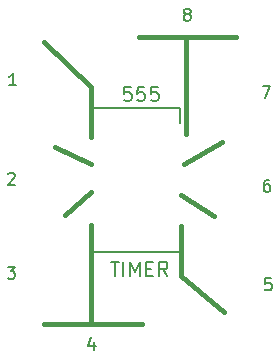
<source format=gto>
%TF.GenerationSoftware,KiCad,Pcbnew,4.0.5-e0-6337~49~ubuntu16.04.1*%
%TF.CreationDate,2017-01-20T21:28:30-08:00*%
%TF.ProjectId,3x4-555-Timer-8DIP-Breakout,3378342D3535352D54696D65722D3844,1.0*%
%TF.FileFunction,Legend,Top*%
%FSLAX46Y46*%
G04 Gerber Fmt 4.6, Leading zero omitted, Abs format (unit mm)*
G04 Created by KiCad (PCBNEW 4.0.5-e0-6337~49~ubuntu16.04.1) date Fri Jan 20 21:28:30 2017*
%MOMM*%
%LPD*%
G01*
G04 APERTURE LIST*
%ADD10C,0.350000*%
%ADD11C,0.200000*%
%ADD12C,0.400000*%
%ADD13C,0.406400*%
%ADD14C,0.150000*%
G04 APERTURE END LIST*
D10*
D11*
X140524537Y-102253497D02*
X141210251Y-102253497D01*
X140867394Y-103453497D02*
X140867394Y-102253497D01*
X141610251Y-103453497D02*
X141610251Y-102253497D01*
X142181680Y-103453497D02*
X142181680Y-102253497D01*
X142581680Y-103110640D01*
X142981680Y-102253497D01*
X142981680Y-103453497D01*
X143553109Y-102824926D02*
X143953109Y-102824926D01*
X144124538Y-103453497D02*
X143553109Y-103453497D01*
X143553109Y-102253497D01*
X144124538Y-102253497D01*
X145324538Y-103453497D02*
X144924538Y-102882069D01*
X144638823Y-103453497D02*
X144638823Y-102253497D01*
X145095966Y-102253497D01*
X145210252Y-102310640D01*
X145267395Y-102367783D01*
X145324538Y-102482069D01*
X145324538Y-102653497D01*
X145267395Y-102767783D01*
X145210252Y-102824926D01*
X145095966Y-102882069D01*
X144638823Y-102882069D01*
D12*
X146910520Y-91450160D02*
X146910520Y-83271360D01*
X146758120Y-93939360D02*
X149958520Y-92110560D01*
X146504120Y-96580960D02*
X149247320Y-98409760D01*
X146453320Y-103438960D02*
X150110920Y-106486960D01*
X146453320Y-99222560D02*
X146453320Y-103438960D01*
X138833320Y-99171760D02*
X138833320Y-107401360D01*
X138833320Y-96377760D02*
X136648920Y-98308160D01*
X138833320Y-93939360D02*
X135836120Y-92516960D01*
X138833320Y-87538560D02*
X138833320Y-91653360D01*
X134921720Y-83677760D02*
X138833320Y-87487760D01*
D13*
X134921720Y-107502960D02*
X143171720Y-107502960D01*
D14*
X139056720Y-89207960D02*
X139056720Y-90477960D01*
X146406720Y-89207960D02*
X146406720Y-90477960D01*
X146406720Y-101417960D02*
X146406720Y-100147960D01*
X139056720Y-101417960D02*
X139056720Y-100147960D01*
X139056720Y-89207960D02*
X146406720Y-89207960D01*
X139056720Y-101417960D02*
X146406720Y-101417960D01*
D13*
X142921720Y-83252960D02*
X151171720Y-83252960D01*
D11*
X142241378Y-87435137D02*
X141669949Y-87435137D01*
X141612806Y-88006566D01*
X141669949Y-87949423D01*
X141784235Y-87892280D01*
X142069949Y-87892280D01*
X142184235Y-87949423D01*
X142241378Y-88006566D01*
X142298521Y-88120851D01*
X142298521Y-88406566D01*
X142241378Y-88520851D01*
X142184235Y-88577994D01*
X142069949Y-88635137D01*
X141784235Y-88635137D01*
X141669949Y-88577994D01*
X141612806Y-88520851D01*
X143384235Y-87435137D02*
X142812806Y-87435137D01*
X142755663Y-88006566D01*
X142812806Y-87949423D01*
X142927092Y-87892280D01*
X143212806Y-87892280D01*
X143327092Y-87949423D01*
X143384235Y-88006566D01*
X143441378Y-88120851D01*
X143441378Y-88406566D01*
X143384235Y-88520851D01*
X143327092Y-88577994D01*
X143212806Y-88635137D01*
X142927092Y-88635137D01*
X142812806Y-88577994D01*
X142755663Y-88520851D01*
X144527092Y-87435137D02*
X143955663Y-87435137D01*
X143898520Y-88006566D01*
X143955663Y-87949423D01*
X144069949Y-87892280D01*
X144355663Y-87892280D01*
X144469949Y-87949423D01*
X144527092Y-88006566D01*
X144584235Y-88120851D01*
X144584235Y-88406566D01*
X144527092Y-88520851D01*
X144469949Y-88577994D01*
X144355663Y-88635137D01*
X144069949Y-88635137D01*
X143955663Y-88577994D01*
X143898520Y-88520851D01*
D14*
X132515035Y-87279741D02*
X131943606Y-87279741D01*
X132229320Y-87279741D02*
X132229320Y-86279741D01*
X132134082Y-86422598D01*
X132038844Y-86517836D01*
X131943606Y-86565455D01*
X146916882Y-81272712D02*
X146821644Y-81225093D01*
X146774025Y-81177474D01*
X146726406Y-81082236D01*
X146726406Y-81034617D01*
X146774025Y-80939379D01*
X146821644Y-80891760D01*
X146916882Y-80844141D01*
X147107359Y-80844141D01*
X147202597Y-80891760D01*
X147250216Y-80939379D01*
X147297835Y-81034617D01*
X147297835Y-81082236D01*
X147250216Y-81177474D01*
X147202597Y-81225093D01*
X147107359Y-81272712D01*
X146916882Y-81272712D01*
X146821644Y-81320331D01*
X146774025Y-81367950D01*
X146726406Y-81463189D01*
X146726406Y-81653665D01*
X146774025Y-81748903D01*
X146821644Y-81796522D01*
X146916882Y-81844141D01*
X147107359Y-81844141D01*
X147202597Y-81796522D01*
X147250216Y-81748903D01*
X147297835Y-81653665D01*
X147297835Y-81463189D01*
X147250216Y-81367950D01*
X147202597Y-81320331D01*
X147107359Y-81272712D01*
X153384387Y-87397341D02*
X154051054Y-87397341D01*
X153622482Y-88397341D01*
X153958997Y-95322141D02*
X153768520Y-95322141D01*
X153673282Y-95369760D01*
X153625663Y-95417379D01*
X153530425Y-95560236D01*
X153482806Y-95750712D01*
X153482806Y-96131665D01*
X153530425Y-96226903D01*
X153578044Y-96274522D01*
X153673282Y-96322141D01*
X153863759Y-96322141D01*
X153958997Y-96274522D01*
X154006616Y-96226903D01*
X154054235Y-96131665D01*
X154054235Y-95893570D01*
X154006616Y-95798331D01*
X153958997Y-95750712D01*
X153863759Y-95703093D01*
X153673282Y-95703093D01*
X153578044Y-95750712D01*
X153530425Y-95798331D01*
X153482806Y-95893570D01*
X154108216Y-103653341D02*
X153632025Y-103653341D01*
X153584406Y-104129531D01*
X153632025Y-104081912D01*
X153727263Y-104034293D01*
X153965359Y-104034293D01*
X154060597Y-104081912D01*
X154108216Y-104129531D01*
X154155835Y-104224770D01*
X154155835Y-104462865D01*
X154108216Y-104558103D01*
X154060597Y-104605722D01*
X153965359Y-104653341D01*
X153727263Y-104653341D01*
X153632025Y-104605722D01*
X153584406Y-104558103D01*
X139112197Y-109015874D02*
X139112197Y-109682541D01*
X138874101Y-108634922D02*
X138636006Y-109349208D01*
X139255054Y-109349208D01*
X131842006Y-94807779D02*
X131889625Y-94760160D01*
X131984863Y-94712541D01*
X132222959Y-94712541D01*
X132318197Y-94760160D01*
X132365816Y-94807779D01*
X132413435Y-94903017D01*
X132413435Y-94998255D01*
X132365816Y-95141112D01*
X131794387Y-95712541D01*
X132413435Y-95712541D01*
X131794387Y-102688141D02*
X132413435Y-102688141D01*
X132080101Y-103069093D01*
X132222959Y-103069093D01*
X132318197Y-103116712D01*
X132365816Y-103164331D01*
X132413435Y-103259570D01*
X132413435Y-103497665D01*
X132365816Y-103592903D01*
X132318197Y-103640522D01*
X132222959Y-103688141D01*
X131937244Y-103688141D01*
X131842006Y-103640522D01*
X131794387Y-103592903D01*
M02*

</source>
